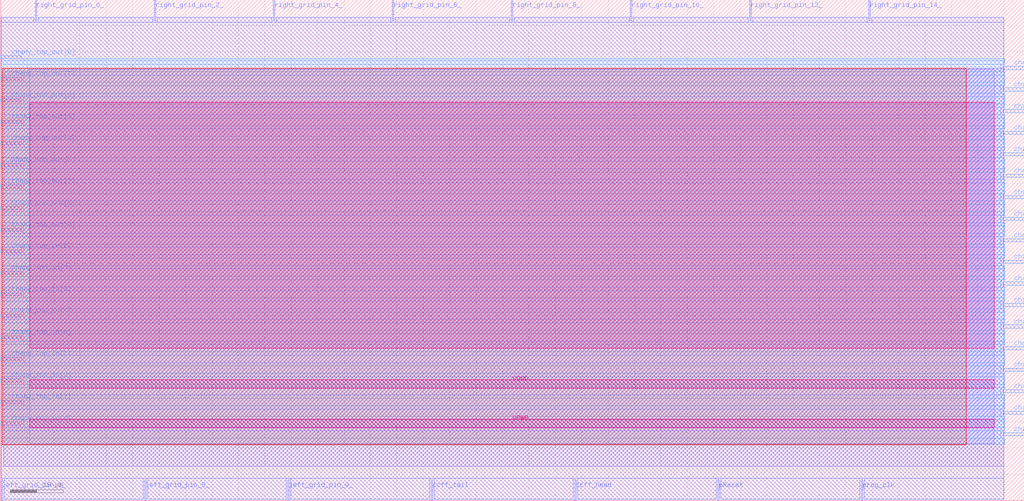
<source format=lef>
VERSION 5.7 ;
  NAMESCASESENSITIVE ON ;
  NOWIREEXTENSIONATPIN ON ;
  DIVIDERCHAR "/" ;
  BUSBITCHARS "[]" ;
UNITS
  DATABASE MICRONS 200 ;
END UNITS

MACRO cby_3__1_
  CLASS BLOCK ;
  FOREIGN cby_3__1_ ;
  ORIGIN 0.000 0.000 ;
  SIZE 193.775 BY 94.855 ;
  PIN chany_top_in[0]
    DIRECTION INPUT ;
    PORT
      LAYER met3 ;
        RECT 0.000 14.320 4.000 14.920 ;
    END
  END chany_top_in[0]
  PIN chany_top_in[1]
    DIRECTION INPUT ;
    PORT
      LAYER met3 ;
        RECT 0.000 18.400 4.000 19.000 ;
    END
  END chany_top_in[1]
  PIN chany_top_in[2]
    DIRECTION INPUT ;
    PORT
      LAYER met3 ;
        RECT 0.000 22.480 4.000 23.080 ;
    END
  END chany_top_in[2]
  PIN chany_top_in[3]
    DIRECTION INPUT ;
    PORT
      LAYER met3 ;
        RECT 0.000 26.560 4.000 27.160 ;
    END
  END chany_top_in[3]
  PIN chany_top_in[4]
    DIRECTION INPUT ;
    PORT
      LAYER met3 ;
        RECT 0.000 30.640 4.000 31.240 ;
    END
  END chany_top_in[4]
  PIN chany_top_in[5]
    DIRECTION INPUT ;
    PORT
      LAYER met3 ;
        RECT 0.000 34.720 4.000 35.320 ;
    END
  END chany_top_in[5]
  PIN chany_top_in[6]
    DIRECTION INPUT ;
    PORT
      LAYER met3 ;
        RECT 0.000 38.800 4.000 39.400 ;
    END
  END chany_top_in[6]
  PIN chany_top_in[7]
    DIRECTION INPUT ;
    PORT
      LAYER met3 ;
        RECT 0.000 42.880 4.000 43.480 ;
    END
  END chany_top_in[7]
  PIN chany_top_in[8]
    DIRECTION INPUT ;
    PORT
      LAYER met3 ;
        RECT 0.000 46.960 4.000 47.560 ;
    END
  END chany_top_in[8]
  PIN chany_top_out[0]
    DIRECTION OUTPUT TRISTATE ;
    PORT
      LAYER met3 ;
        RECT 0.000 51.040 4.000 51.640 ;
    END
  END chany_top_out[0]
  PIN chany_top_out[1]
    DIRECTION OUTPUT TRISTATE ;
    PORT
      LAYER met3 ;
        RECT 0.000 55.120 4.000 55.720 ;
    END
  END chany_top_out[1]
  PIN chany_top_out[2]
    DIRECTION OUTPUT TRISTATE ;
    PORT
      LAYER met3 ;
        RECT 0.000 59.200 4.000 59.800 ;
    END
  END chany_top_out[2]
  PIN chany_top_out[3]
    DIRECTION OUTPUT TRISTATE ;
    PORT
      LAYER met3 ;
        RECT 0.000 63.280 4.000 63.880 ;
    END
  END chany_top_out[3]
  PIN chany_top_out[4]
    DIRECTION OUTPUT TRISTATE ;
    PORT
      LAYER met3 ;
        RECT 0.000 67.360 4.000 67.960 ;
    END
  END chany_top_out[4]
  PIN chany_top_out[5]
    DIRECTION OUTPUT TRISTATE ;
    PORT
      LAYER met3 ;
        RECT 0.000 71.440 4.000 72.040 ;
    END
  END chany_top_out[5]
  PIN chany_top_out[6]
    DIRECTION OUTPUT TRISTATE ;
    PORT
      LAYER met3 ;
        RECT 0.000 75.520 4.000 76.120 ;
    END
  END chany_top_out[6]
  PIN chany_top_out[7]
    DIRECTION OUTPUT TRISTATE ;
    PORT
      LAYER met3 ;
        RECT 0.000 79.600 4.000 80.200 ;
    END
  END chany_top_out[7]
  PIN chany_top_out[8]
    DIRECTION OUTPUT TRISTATE ;
    PORT
      LAYER met3 ;
        RECT 0.000 83.680 4.000 84.280 ;
    END
  END chany_top_out[8]
  PIN right_grid_pin_0_
    DIRECTION OUTPUT TRISTATE ;
    PORT
      LAYER met2 ;
        RECT 6.530 90.855 6.810 94.855 ;
    END
  END right_grid_pin_0_
  PIN right_grid_pin_2_
    DIRECTION OUTPUT TRISTATE ;
    PORT
      LAYER met2 ;
        RECT 29.070 90.855 29.350 94.855 ;
    END
  END right_grid_pin_2_
  PIN right_grid_pin_4_
    DIRECTION OUTPUT TRISTATE ;
    PORT
      LAYER met2 ;
        RECT 51.610 90.855 51.890 94.855 ;
    END
  END right_grid_pin_4_
  PIN right_grid_pin_6_
    DIRECTION OUTPUT TRISTATE ;
    PORT
      LAYER met2 ;
        RECT 74.150 90.855 74.430 94.855 ;
    END
  END right_grid_pin_6_
  PIN right_grid_pin_8_
    DIRECTION OUTPUT TRISTATE ;
    PORT
      LAYER met2 ;
        RECT 96.690 90.855 96.970 94.855 ;
    END
  END right_grid_pin_8_
  PIN right_grid_pin_10_
    DIRECTION OUTPUT TRISTATE ;
    PORT
      LAYER met2 ;
        RECT 119.230 90.855 119.510 94.855 ;
    END
  END right_grid_pin_10_
  PIN right_grid_pin_12_
    DIRECTION OUTPUT TRISTATE ;
    PORT
      LAYER met2 ;
        RECT 141.770 90.855 142.050 94.855 ;
    END
  END right_grid_pin_12_
  PIN right_grid_pin_14_
    DIRECTION OUTPUT TRISTATE ;
    PORT
      LAYER met2 ;
        RECT 164.310 90.855 164.590 94.855 ;
    END
  END right_grid_pin_14_
  PIN chany_bottom_in[0]
    DIRECTION INPUT ;
    PORT
      LAYER met3 ;
        RECT 189.775 12.280 193.775 12.880 ;
    END
  END chany_bottom_in[0]
  PIN chany_bottom_in[1]
    DIRECTION INPUT ;
    PORT
      LAYER met3 ;
        RECT 189.775 16.360 193.775 16.960 ;
    END
  END chany_bottom_in[1]
  PIN chany_bottom_in[2]
    DIRECTION INPUT ;
    PORT
      LAYER met3 ;
        RECT 189.775 20.440 193.775 21.040 ;
    END
  END chany_bottom_in[2]
  PIN chany_bottom_in[3]
    DIRECTION INPUT ;
    PORT
      LAYER met3 ;
        RECT 189.775 24.520 193.775 25.120 ;
    END
  END chany_bottom_in[3]
  PIN chany_bottom_in[4]
    DIRECTION INPUT ;
    PORT
      LAYER met3 ;
        RECT 189.775 28.600 193.775 29.200 ;
    END
  END chany_bottom_in[4]
  PIN chany_bottom_in[5]
    DIRECTION INPUT ;
    PORT
      LAYER met3 ;
        RECT 189.775 32.680 193.775 33.280 ;
    END
  END chany_bottom_in[5]
  PIN chany_bottom_in[6]
    DIRECTION INPUT ;
    PORT
      LAYER met3 ;
        RECT 189.775 36.760 193.775 37.360 ;
    END
  END chany_bottom_in[6]
  PIN chany_bottom_in[7]
    DIRECTION INPUT ;
    PORT
      LAYER met3 ;
        RECT 189.775 40.840 193.775 41.440 ;
    END
  END chany_bottom_in[7]
  PIN chany_bottom_in[8]
    DIRECTION INPUT ;
    PORT
      LAYER met3 ;
        RECT 189.775 44.920 193.775 45.520 ;
    END
  END chany_bottom_in[8]
  PIN chany_bottom_out[0]
    DIRECTION OUTPUT TRISTATE ;
    PORT
      LAYER met3 ;
        RECT 189.775 49.000 193.775 49.600 ;
    END
  END chany_bottom_out[0]
  PIN chany_bottom_out[1]
    DIRECTION OUTPUT TRISTATE ;
    PORT
      LAYER met3 ;
        RECT 189.775 53.080 193.775 53.680 ;
    END
  END chany_bottom_out[1]
  PIN chany_bottom_out[2]
    DIRECTION OUTPUT TRISTATE ;
    PORT
      LAYER met3 ;
        RECT 189.775 57.160 193.775 57.760 ;
    END
  END chany_bottom_out[2]
  PIN chany_bottom_out[3]
    DIRECTION OUTPUT TRISTATE ;
    PORT
      LAYER met3 ;
        RECT 189.775 61.240 193.775 61.840 ;
    END
  END chany_bottom_out[3]
  PIN chany_bottom_out[4]
    DIRECTION OUTPUT TRISTATE ;
    PORT
      LAYER met3 ;
        RECT 189.775 65.320 193.775 65.920 ;
    END
  END chany_bottom_out[4]
  PIN chany_bottom_out[5]
    DIRECTION OUTPUT TRISTATE ;
    PORT
      LAYER met3 ;
        RECT 189.775 69.400 193.775 70.000 ;
    END
  END chany_bottom_out[5]
  PIN chany_bottom_out[6]
    DIRECTION OUTPUT TRISTATE ;
    PORT
      LAYER met3 ;
        RECT 189.775 73.480 193.775 74.080 ;
    END
  END chany_bottom_out[6]
  PIN chany_bottom_out[7]
    DIRECTION OUTPUT TRISTATE ;
    PORT
      LAYER met3 ;
        RECT 189.775 77.560 193.775 78.160 ;
    END
  END chany_bottom_out[7]
  PIN chany_bottom_out[8]
    DIRECTION OUTPUT TRISTATE ;
    PORT
      LAYER met3 ;
        RECT 189.775 81.640 193.775 82.240 ;
    END
  END chany_bottom_out[8]
  PIN left_grid_pin_1_
    DIRECTION OUTPUT TRISTATE ;
    PORT
      LAYER met2 ;
        RECT 0.090 0.000 0.370 4.000 ;
    END
  END left_grid_pin_1_
  PIN left_grid_pin_5_
    DIRECTION OUTPUT TRISTATE ;
    PORT
      LAYER met2 ;
        RECT 27.230 0.000 27.510 4.000 ;
    END
  END left_grid_pin_5_
  PIN left_grid_pin_9_
    DIRECTION OUTPUT TRISTATE ;
    PORT
      LAYER met2 ;
        RECT 54.370 0.000 54.650 4.000 ;
    END
  END left_grid_pin_9_
  PIN ccff_tail
    DIRECTION OUTPUT TRISTATE ;
    PORT
      LAYER met2 ;
        RECT 81.510 0.000 81.790 4.000 ;
    END
  END ccff_tail
  PIN ccff_head
    DIRECTION INPUT ;
    PORT
      LAYER met2 ;
        RECT 108.650 0.000 108.930 4.000 ;
    END
  END ccff_head
  PIN pReset
    DIRECTION INPUT ;
    PORT
      LAYER met2 ;
        RECT 135.790 0.000 136.070 4.000 ;
    END
  END pReset
  PIN prog_clk
    DIRECTION INPUT ;
    PORT
      LAYER met2 ;
        RECT 162.930 0.000 163.210 4.000 ;
    END
  END prog_clk
  PIN VPWR
    DIRECTION INPUT ;
    USE POWER ;
    PORT
      LAYER met5 ;
        RECT 5.520 13.840 188.140 15.440 ;
    END
  END VPWR
  PIN VGND
    DIRECTION INPUT ;
    USE GROUND ;
    PORT
      LAYER met5 ;
        RECT 5.520 21.340 188.140 22.940 ;
    END
  END VGND
  OBS
      LAYER li1 ;
        RECT 5.520 10.795 188.140 81.685 ;
      LAYER met1 ;
        RECT 0.530 6.500 189.910 81.840 ;
      LAYER met2 ;
        RECT 0.090 90.575 6.250 91.530 ;
        RECT 7.090 90.575 28.790 91.530 ;
        RECT 29.630 90.575 51.330 91.530 ;
        RECT 52.170 90.575 73.870 91.530 ;
        RECT 74.710 90.575 96.410 91.530 ;
        RECT 97.250 90.575 118.950 91.530 ;
        RECT 119.790 90.575 141.490 91.530 ;
        RECT 142.330 90.575 164.030 91.530 ;
        RECT 164.870 90.575 189.890 91.530 ;
        RECT 0.090 4.280 189.890 90.575 ;
        RECT 0.650 0.270 26.950 4.280 ;
        RECT 27.790 0.270 54.090 4.280 ;
        RECT 54.930 0.270 81.230 4.280 ;
        RECT 82.070 0.270 108.370 4.280 ;
        RECT 109.210 0.270 135.510 4.280 ;
        RECT 136.350 0.270 162.650 4.280 ;
        RECT 163.490 0.270 189.890 4.280 ;
      LAYER met3 ;
        RECT 4.400 83.280 190.130 83.680 ;
        RECT 0.065 82.640 190.130 83.280 ;
        RECT 0.065 81.240 189.375 82.640 ;
        RECT 0.065 80.600 190.130 81.240 ;
        RECT 4.400 79.200 190.130 80.600 ;
        RECT 0.065 78.560 190.130 79.200 ;
        RECT 0.065 77.160 189.375 78.560 ;
        RECT 0.065 76.520 190.130 77.160 ;
        RECT 4.400 75.120 190.130 76.520 ;
        RECT 0.065 74.480 190.130 75.120 ;
        RECT 0.065 73.080 189.375 74.480 ;
        RECT 0.065 72.440 190.130 73.080 ;
        RECT 4.400 71.040 190.130 72.440 ;
        RECT 0.065 70.400 190.130 71.040 ;
        RECT 0.065 69.000 189.375 70.400 ;
        RECT 0.065 68.360 190.130 69.000 ;
        RECT 4.400 66.960 190.130 68.360 ;
        RECT 0.065 66.320 190.130 66.960 ;
        RECT 0.065 64.920 189.375 66.320 ;
        RECT 0.065 64.280 190.130 64.920 ;
        RECT 4.400 62.880 190.130 64.280 ;
        RECT 0.065 62.240 190.130 62.880 ;
        RECT 0.065 60.840 189.375 62.240 ;
        RECT 0.065 60.200 190.130 60.840 ;
        RECT 4.400 58.800 190.130 60.200 ;
        RECT 0.065 58.160 190.130 58.800 ;
        RECT 0.065 56.760 189.375 58.160 ;
        RECT 0.065 56.120 190.130 56.760 ;
        RECT 4.400 54.720 190.130 56.120 ;
        RECT 0.065 54.080 190.130 54.720 ;
        RECT 0.065 52.680 189.375 54.080 ;
        RECT 0.065 52.040 190.130 52.680 ;
        RECT 4.400 50.640 190.130 52.040 ;
        RECT 0.065 50.000 190.130 50.640 ;
        RECT 0.065 48.600 189.375 50.000 ;
        RECT 0.065 47.960 190.130 48.600 ;
        RECT 4.400 46.560 190.130 47.960 ;
        RECT 0.065 45.920 190.130 46.560 ;
        RECT 0.065 44.520 189.375 45.920 ;
        RECT 0.065 43.880 190.130 44.520 ;
        RECT 4.400 42.480 190.130 43.880 ;
        RECT 0.065 41.840 190.130 42.480 ;
        RECT 0.065 40.440 189.375 41.840 ;
        RECT 0.065 39.800 190.130 40.440 ;
        RECT 4.400 38.400 190.130 39.800 ;
        RECT 0.065 37.760 190.130 38.400 ;
        RECT 0.065 36.360 189.375 37.760 ;
        RECT 0.065 35.720 190.130 36.360 ;
        RECT 4.400 34.320 190.130 35.720 ;
        RECT 0.065 33.680 190.130 34.320 ;
        RECT 0.065 32.280 189.375 33.680 ;
        RECT 0.065 31.640 190.130 32.280 ;
        RECT 4.400 30.240 190.130 31.640 ;
        RECT 0.065 29.600 190.130 30.240 ;
        RECT 0.065 28.200 189.375 29.600 ;
        RECT 0.065 27.560 190.130 28.200 ;
        RECT 4.400 26.160 190.130 27.560 ;
        RECT 0.065 25.520 190.130 26.160 ;
        RECT 0.065 24.120 189.375 25.520 ;
        RECT 0.065 23.480 190.130 24.120 ;
        RECT 4.400 22.080 190.130 23.480 ;
        RECT 0.065 21.440 190.130 22.080 ;
        RECT 0.065 20.040 189.375 21.440 ;
        RECT 0.065 19.400 190.130 20.040 ;
        RECT 4.400 18.000 190.130 19.400 ;
        RECT 0.065 17.360 190.130 18.000 ;
        RECT 0.065 15.960 189.375 17.360 ;
        RECT 0.065 15.320 190.130 15.960 ;
        RECT 4.400 13.920 190.130 15.320 ;
        RECT 0.065 13.280 190.130 13.920 ;
        RECT 0.065 11.880 189.375 13.280 ;
        RECT 0.065 10.715 190.130 11.880 ;
      LAYER met4 ;
        RECT 0.295 10.640 182.820 81.840 ;
      LAYER met5 ;
        RECT 5.520 28.840 188.140 75.440 ;
  END
END cby_3__1_
END LIBRARY


</source>
